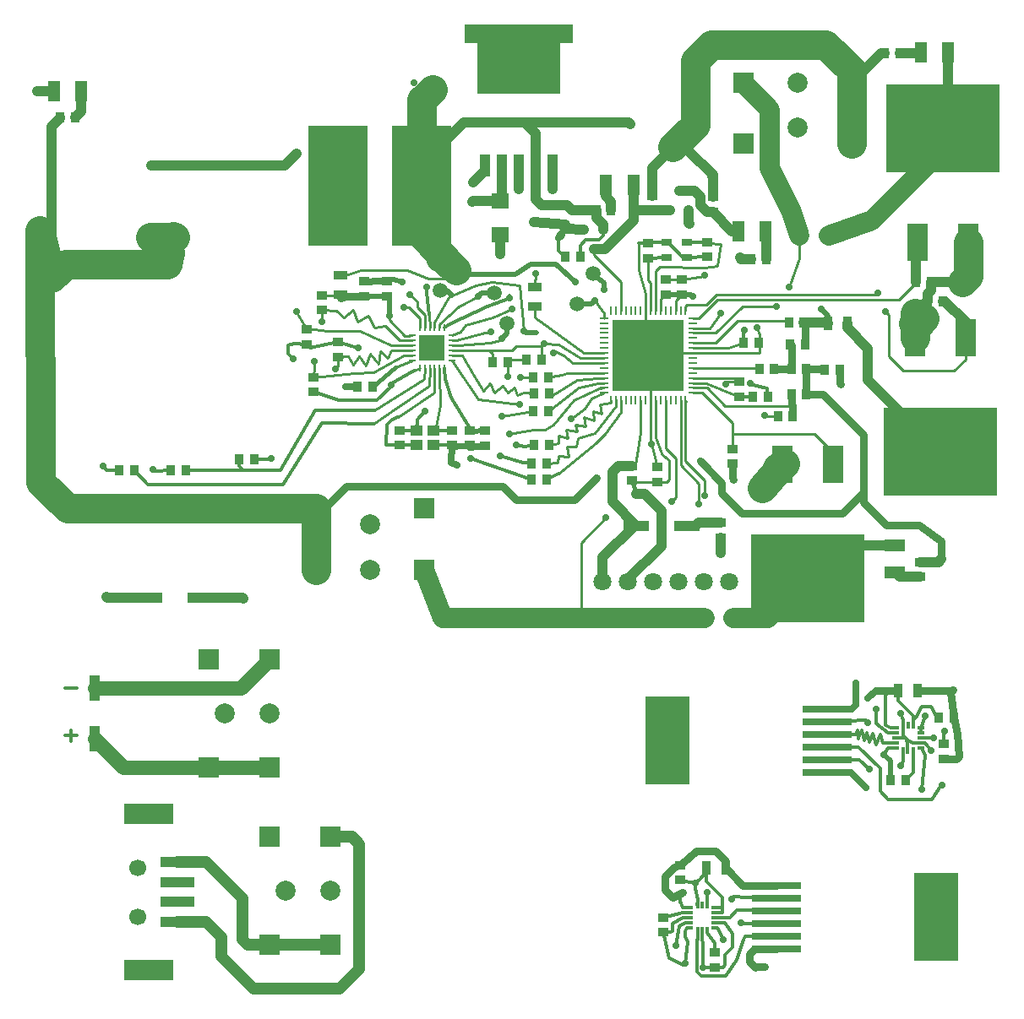
<source format=gtl>
G04 #@! TF.FileFunction,Copper,L1,Top,Signal*
%FSLAX46Y46*%
G04 Gerber Fmt 4.6, Leading zero omitted, Abs format (unit mm)*
G04 Created by KiCad (PCBNEW 4.0.2+e4-6225~38~ubuntu14.04.1-stable) date Sun 24 Jul 2016 05:02:12 PM PDT*
%MOMM*%
G01*
G04 APERTURE LIST*
%ADD10C,0.150000*%
%ADD11C,0.300000*%
%ADD12R,1.000760X0.899160*%
%ADD13R,0.899160X1.000760*%
%ADD14R,1.397000X0.889000*%
%ADD15C,1.800000*%
%ADD16R,2.540000X0.990600*%
%ADD17C,1.998980*%
%ADD18R,1.998980X1.998980*%
%ADD19R,6.000000X12.000000*%
%ADD20R,0.889000X1.397000*%
%ADD21R,2.499360X2.499360*%
%ADD22O,0.248920X0.800100*%
%ADD23O,0.800100X0.248920*%
%ADD24C,0.600000*%
%ADD25R,0.250000X0.850000*%
%ADD26R,0.850000X0.250000*%
%ADD27R,7.150000X7.150000*%
%ADD28C,0.780000*%
%ADD29R,10.800000X1.910000*%
%ADD30R,1.070000X2.160000*%
%ADD31R,8.330000X6.990000*%
%ADD32R,1.200000X1.100000*%
%ADD33R,1.000000X0.800000*%
%ADD34R,1.000760X1.501140*%
%ADD35R,1.000760X1.549400*%
%ADD36R,1.680000X1.520000*%
%ADD37R,2.080000X3.810000*%
%ADD38R,11.430000X8.890000*%
%ADD39R,1.250000X2.000000*%
%ADD40R,2.000000X1.250000*%
%ADD41R,0.800100X0.800100*%
%ADD42C,1.500000*%
%ADD43R,5.000000X2.000000*%
%ADD44C,1.700000*%
%ADD45R,3.390000X1.120000*%
%ADD46R,0.990600X2.540000*%
%ADD47R,5.000000X0.760000*%
%ADD48R,4.500000X8.800000*%
%ADD49R,0.800000X0.300000*%
%ADD50R,0.300000X0.800000*%
%ADD51C,0.700000*%
%ADD52C,0.250000*%
%ADD53C,0.800000*%
%ADD54C,0.500000*%
%ADD55C,0.700000*%
%ADD56C,0.400000*%
%ADD57C,1.000000*%
%ADD58C,3.000000*%
%ADD59C,0.350000*%
%ADD60C,0.600000*%
%ADD61C,0.200000*%
%ADD62C,2.000000*%
%ADD63C,1.200000*%
%ADD64C,1.400000*%
G04 APERTURE END LIST*
D10*
D11*
X90228572Y-123507143D02*
X91371429Y-123507143D01*
X90228572Y-128307143D02*
X91371429Y-128307143D01*
X90800000Y-128878571D02*
X90800000Y-127735714D01*
D12*
X132300000Y-99251840D03*
X132300000Y-97748160D03*
X130800000Y-99201840D03*
X130800000Y-97698160D03*
X129000000Y-99201840D03*
X129000000Y-97698160D03*
X123750000Y-99201840D03*
X123750000Y-97698160D03*
X122500000Y-82748160D03*
X122500000Y-84251840D03*
X155950000Y-108451840D03*
X155950000Y-106948160D03*
X149550000Y-101398160D03*
X149550000Y-102901840D03*
X157750000Y-92798160D03*
X157750000Y-94301840D03*
D13*
X136448160Y-90600000D03*
X137951840Y-90600000D03*
X159751840Y-88900000D03*
X158248160Y-88900000D03*
D14*
X137300000Y-85252500D03*
X137300000Y-83347500D03*
D12*
X120200000Y-82748160D03*
X120200000Y-84251840D03*
D13*
X134551840Y-90900000D03*
X133048160Y-90900000D03*
D12*
X152000000Y-82548160D03*
X152000000Y-84051840D03*
X148675000Y-78948160D03*
X148675000Y-80451840D03*
X154600000Y-80301840D03*
X154600000Y-78798160D03*
X150400000Y-82548160D03*
X150400000Y-84051840D03*
D14*
X117800000Y-82147500D03*
X117800000Y-84052500D03*
D15*
X154239680Y-112850000D03*
X156779680Y-112850000D03*
X144100000Y-112850000D03*
X146640000Y-112850000D03*
X151709840Y-112850000D03*
X149169840Y-112850000D03*
D16*
X152540000Y-107250000D03*
X147460000Y-107250000D03*
D17*
X120800000Y-107149240D03*
D18*
X115389800Y-111650120D03*
X115389800Y-105549040D03*
X126215280Y-111650120D03*
X126215280Y-105549040D03*
D17*
X120800000Y-111650120D03*
X163600000Y-67350760D03*
D18*
X169010200Y-62849880D03*
X169010200Y-68950960D03*
X158184720Y-62849880D03*
X158184720Y-68950960D03*
D17*
X163600000Y-62849880D03*
D19*
X125950000Y-73150000D03*
X117550000Y-73150000D03*
D13*
X138751840Y-99150000D03*
X137248160Y-99150000D03*
X138501840Y-101000000D03*
X136998160Y-101000000D03*
X138451840Y-102600000D03*
X136948160Y-102600000D03*
X119548160Y-93300000D03*
X121051840Y-93300000D03*
X159148160Y-94300000D03*
X160651840Y-94300000D03*
X138651840Y-92400000D03*
X137148160Y-92400000D03*
X138751840Y-94000000D03*
X137248160Y-94000000D03*
X138651840Y-95800000D03*
X137148160Y-95800000D03*
D12*
X117600000Y-90351840D03*
X117600000Y-88848160D03*
X115100000Y-92348160D03*
X115100000Y-93851840D03*
X116000000Y-85651840D03*
X116000000Y-84148160D03*
X114400000Y-87548160D03*
X114400000Y-89051840D03*
D13*
X97151840Y-101700000D03*
X95648160Y-101700000D03*
D12*
X147000000Y-101248160D03*
X147000000Y-102751840D03*
D13*
X102351840Y-101700000D03*
X100848160Y-101700000D03*
X109151840Y-100600000D03*
X107648160Y-100600000D03*
D12*
X149050000Y-75651840D03*
X149050000Y-74148160D03*
D13*
X176648160Y-84800000D03*
X178151840Y-84800000D03*
X162998160Y-94050000D03*
X164501840Y-94050000D03*
X161648160Y-96250000D03*
X163151840Y-96250000D03*
X167851840Y-91650000D03*
X166348160Y-91650000D03*
D12*
X157100000Y-101051840D03*
X157100000Y-99548160D03*
D20*
X166697500Y-87000000D03*
X168602500Y-87000000D03*
D12*
X155150000Y-75801840D03*
X155150000Y-74298160D03*
D13*
X177001840Y-82800000D03*
X175498160Y-82800000D03*
X144951840Y-75600000D03*
X143448160Y-75600000D03*
X162998160Y-91550000D03*
X164501840Y-91550000D03*
X164401840Y-89100000D03*
X162898160Y-89100000D03*
X161301840Y-91550000D03*
X159798160Y-91550000D03*
D21*
X127010000Y-89430000D03*
D22*
X125760320Y-91428980D03*
X126260700Y-91428980D03*
X126761080Y-91428980D03*
X127258920Y-91428980D03*
X127759300Y-91428980D03*
X128259680Y-91428980D03*
D23*
X129008980Y-90679680D03*
X129008980Y-90179300D03*
X129008980Y-89678920D03*
X129008980Y-89181080D03*
X129008980Y-88680700D03*
X129008980Y-88180320D03*
D22*
X128259680Y-87431020D03*
X127759300Y-87431020D03*
X127258920Y-87431020D03*
X126761080Y-87431020D03*
X126260700Y-87431020D03*
X125760320Y-87431020D03*
D23*
X125011020Y-88180320D03*
X125011020Y-88680700D03*
X125011020Y-89181080D03*
X125011020Y-89678920D03*
X125011020Y-90179300D03*
X125011020Y-90679680D03*
D24*
X127010000Y-89430000D03*
X126248000Y-88668000D03*
X126248000Y-90192000D03*
X127772000Y-88668000D03*
X127772000Y-90192000D03*
D25*
X151910000Y-94640000D03*
X152410000Y-94640000D03*
X148910000Y-94640000D03*
X149410000Y-94640000D03*
X150410000Y-94640000D03*
X149910000Y-94640000D03*
X151410000Y-94640000D03*
X150910000Y-94640000D03*
X146910000Y-94640000D03*
X147410000Y-94640000D03*
X148410000Y-94640000D03*
X147910000Y-94640000D03*
X145910000Y-94640000D03*
X146410000Y-94640000D03*
X145410000Y-94640000D03*
X144910000Y-94640000D03*
D26*
X144210000Y-93940000D03*
X144210000Y-93440000D03*
X144210000Y-92440000D03*
X144210000Y-92940000D03*
X144210000Y-90940000D03*
X144210000Y-90440000D03*
X144210000Y-91440000D03*
X144210000Y-91940000D03*
X144210000Y-87940000D03*
X144210000Y-87440000D03*
X144210000Y-88940000D03*
X144210000Y-88440000D03*
X144210000Y-89440000D03*
X144210000Y-89940000D03*
X144210000Y-86440000D03*
X144210000Y-86940000D03*
D25*
X144910000Y-85740000D03*
X145410000Y-85740000D03*
X146410000Y-85740000D03*
X145910000Y-85740000D03*
X147910000Y-85740000D03*
X148410000Y-85740000D03*
X147410000Y-85740000D03*
X146910000Y-85740000D03*
X150910000Y-85740000D03*
X151410000Y-85740000D03*
X149910000Y-85740000D03*
X150410000Y-85740000D03*
X149410000Y-85740000D03*
X148910000Y-85740000D03*
X152410000Y-85740000D03*
X151910000Y-85740000D03*
D26*
X153110000Y-86940000D03*
X153110000Y-86440000D03*
X153110000Y-89940000D03*
X153110000Y-89440000D03*
X153110000Y-88440000D03*
X153110000Y-88920000D03*
X153110000Y-87440000D03*
X153110000Y-87940000D03*
X153110000Y-91940000D03*
X153110000Y-91440000D03*
X153110000Y-90440000D03*
X153110000Y-90940000D03*
X153110000Y-92940000D03*
X153110000Y-92440000D03*
X153110000Y-93440000D03*
X153110000Y-93940000D03*
D27*
X148660000Y-90190000D03*
D28*
X140200000Y-58150000D03*
X131200000Y-58150000D03*
X138700000Y-62650000D03*
X138700000Y-61150000D03*
X138700000Y-59650000D03*
X138700000Y-58150000D03*
X135700000Y-62650000D03*
X135700000Y-61150000D03*
X135700000Y-59650000D03*
X135700000Y-58150000D03*
X137200000Y-58150000D03*
X137200000Y-59650000D03*
X137200000Y-61150000D03*
X137200000Y-62650000D03*
X134200000Y-62650000D03*
X134200000Y-61150000D03*
X134200000Y-59650000D03*
X134200000Y-58150000D03*
X132700000Y-58150000D03*
X132700000Y-59650000D03*
X132700000Y-61150000D03*
D29*
X135700000Y-57940000D03*
D30*
X137400000Y-71150000D03*
X139100000Y-71150000D03*
X135700000Y-71150000D03*
X134000000Y-71150000D03*
X132300000Y-71150000D03*
D31*
X135700000Y-60475000D03*
D28*
X132700000Y-62650000D03*
D32*
X127150000Y-97750000D03*
X125450000Y-97750000D03*
X127150000Y-99150000D03*
X125450000Y-99150000D03*
D33*
X150500000Y-80350000D03*
X152500000Y-80350000D03*
X150500000Y-78850000D03*
X152500000Y-78850000D03*
D34*
X163836960Y-78184760D03*
D35*
X166763040Y-78194920D03*
D36*
X133850000Y-78050000D03*
X133850000Y-74650000D03*
D13*
X160501840Y-80550000D03*
X158998160Y-80550000D03*
X91251840Y-66300000D03*
X89748160Y-66300000D03*
X173851840Y-59850000D03*
X172348160Y-59850000D03*
D12*
X175900000Y-112401840D03*
X175900000Y-110898160D03*
D13*
X162748160Y-86900000D03*
X164251840Y-86900000D03*
D34*
X154286960Y-116534760D03*
D35*
X157213040Y-116544920D03*
D37*
X175660000Y-78880000D03*
D38*
X178200000Y-67450000D03*
D37*
X180740000Y-78880000D03*
D24*
X178200000Y-67450000D03*
X176700000Y-67450000D03*
X175200000Y-67450000D03*
X173700000Y-67450000D03*
X179700000Y-67450000D03*
X181200000Y-67450000D03*
X182700000Y-67450000D03*
X177450000Y-68450000D03*
X175950000Y-68450000D03*
X174450000Y-68450000D03*
X172950000Y-68450000D03*
X178950000Y-68450000D03*
X180450000Y-68450000D03*
X181950000Y-68450000D03*
X183450000Y-68450000D03*
X177450000Y-66450000D03*
X175950000Y-66450000D03*
X174450000Y-66450000D03*
X172950000Y-66450000D03*
X178950000Y-66450000D03*
X180450000Y-66450000D03*
X181950000Y-66450000D03*
X183450000Y-66450000D03*
X178200000Y-69450000D03*
X176700000Y-69450000D03*
X175200000Y-69450000D03*
X173700000Y-69450000D03*
X179700000Y-69450000D03*
X181200000Y-69450000D03*
X182700000Y-69450000D03*
X178200000Y-65450000D03*
X176700000Y-65450000D03*
X175200000Y-65450000D03*
X173700000Y-65450000D03*
X179700000Y-65450000D03*
X181200000Y-65450000D03*
X182700000Y-65450000D03*
X177450000Y-70450000D03*
X175950000Y-70450000D03*
X174450000Y-70450000D03*
X172950000Y-70450000D03*
X178950000Y-70450000D03*
X180450000Y-70450000D03*
X181950000Y-70450000D03*
X183450000Y-70450000D03*
X177450000Y-64450000D03*
X175950000Y-64450000D03*
X174450000Y-64450000D03*
X172950000Y-64450000D03*
X178950000Y-64450000D03*
X180450000Y-64450000D03*
X181950000Y-64450000D03*
X183450000Y-64450000D03*
X178200000Y-71450000D03*
X176700000Y-71450000D03*
X175200000Y-71450000D03*
X173700000Y-71450000D03*
X179700000Y-71450000D03*
X181200000Y-71450000D03*
X182700000Y-71450000D03*
X178200000Y-63450000D03*
X176700000Y-63450000D03*
X175200000Y-63450000D03*
X173700000Y-63450000D03*
X179700000Y-63450000D03*
X181200000Y-63450000D03*
X182700000Y-63450000D03*
D37*
X167190000Y-101120000D03*
D38*
X164650000Y-112550000D03*
D37*
X162110000Y-101120000D03*
D24*
X164650000Y-112550000D03*
X166150000Y-112550000D03*
X167650000Y-112550000D03*
X169150000Y-112550000D03*
X163150000Y-112550000D03*
X161650000Y-112550000D03*
X160150000Y-112550000D03*
X165400000Y-111550000D03*
X166900000Y-111550000D03*
X168400000Y-111550000D03*
X169900000Y-111550000D03*
X163900000Y-111550000D03*
X162400000Y-111550000D03*
X160900000Y-111550000D03*
X159400000Y-111550000D03*
X165400000Y-113550000D03*
X166900000Y-113550000D03*
X168400000Y-113550000D03*
X169900000Y-113550000D03*
X163900000Y-113550000D03*
X162400000Y-113550000D03*
X160900000Y-113550000D03*
X159400000Y-113550000D03*
X164650000Y-110550000D03*
X166150000Y-110550000D03*
X167650000Y-110550000D03*
X169150000Y-110550000D03*
X163150000Y-110550000D03*
X161650000Y-110550000D03*
X160150000Y-110550000D03*
X164650000Y-114550000D03*
X166150000Y-114550000D03*
X167650000Y-114550000D03*
X169150000Y-114550000D03*
X163150000Y-114550000D03*
X161650000Y-114550000D03*
X160150000Y-114550000D03*
X165400000Y-109550000D03*
X166900000Y-109550000D03*
X168400000Y-109550000D03*
X169900000Y-109550000D03*
X163900000Y-109550000D03*
X162400000Y-109550000D03*
X160900000Y-109550000D03*
X159400000Y-109550000D03*
X165400000Y-115550000D03*
X166900000Y-115550000D03*
X168400000Y-115550000D03*
X169900000Y-115550000D03*
X163900000Y-115550000D03*
X162400000Y-115550000D03*
X160900000Y-115550000D03*
X159400000Y-115550000D03*
X164650000Y-108550000D03*
X166150000Y-108550000D03*
X167650000Y-108550000D03*
X169150000Y-108550000D03*
X163150000Y-108550000D03*
X161650000Y-108550000D03*
X160150000Y-108550000D03*
X164650000Y-116550000D03*
X166150000Y-116550000D03*
X167650000Y-116550000D03*
X169150000Y-116550000D03*
X163150000Y-116550000D03*
X161650000Y-116550000D03*
X160150000Y-116550000D03*
D37*
X180440000Y-88420000D03*
D38*
X177900000Y-99850000D03*
D37*
X175360000Y-88420000D03*
D24*
X177900000Y-99850000D03*
X179400000Y-99850000D03*
X180900000Y-99850000D03*
X182400000Y-99850000D03*
X176400000Y-99850000D03*
X174900000Y-99850000D03*
X173400000Y-99850000D03*
X178650000Y-98850000D03*
X180150000Y-98850000D03*
X181650000Y-98850000D03*
X183150000Y-98850000D03*
X177150000Y-98850000D03*
X175650000Y-98850000D03*
X174150000Y-98850000D03*
X172650000Y-98850000D03*
X178650000Y-100850000D03*
X180150000Y-100850000D03*
X181650000Y-100850000D03*
X183150000Y-100850000D03*
X177150000Y-100850000D03*
X175650000Y-100850000D03*
X174150000Y-100850000D03*
X172650000Y-100850000D03*
X177900000Y-97850000D03*
X179400000Y-97850000D03*
X180900000Y-97850000D03*
X182400000Y-97850000D03*
X176400000Y-97850000D03*
X174900000Y-97850000D03*
X173400000Y-97850000D03*
X177900000Y-101850000D03*
X179400000Y-101850000D03*
X180900000Y-101850000D03*
X182400000Y-101850000D03*
X176400000Y-101850000D03*
X174900000Y-101850000D03*
X173400000Y-101850000D03*
X178650000Y-96850000D03*
X180150000Y-96850000D03*
X181650000Y-96850000D03*
X183150000Y-96850000D03*
X177150000Y-96850000D03*
X175650000Y-96850000D03*
X174150000Y-96850000D03*
X172650000Y-96850000D03*
X178650000Y-102850000D03*
X180150000Y-102850000D03*
X181650000Y-102850000D03*
X183150000Y-102850000D03*
X177150000Y-102850000D03*
X175650000Y-102850000D03*
X174150000Y-102850000D03*
X172650000Y-102850000D03*
X177900000Y-95850000D03*
X179400000Y-95850000D03*
X180900000Y-95850000D03*
X182400000Y-95850000D03*
X176400000Y-95850000D03*
X174900000Y-95850000D03*
X173400000Y-95850000D03*
X177900000Y-103850000D03*
X179400000Y-103850000D03*
X180900000Y-103850000D03*
X182400000Y-103850000D03*
X176400000Y-103850000D03*
X174900000Y-103850000D03*
X173400000Y-103850000D03*
D39*
X144425000Y-73050000D03*
X147175000Y-73050000D03*
X160425000Y-77700000D03*
X157675000Y-77700000D03*
X91875000Y-63650000D03*
X89125000Y-63650000D03*
X175975000Y-59800000D03*
X178725000Y-59800000D03*
D40*
X173350000Y-111975000D03*
X173350000Y-109225000D03*
D41*
X150850000Y-75650760D03*
X152750000Y-75650760D03*
X151800000Y-73651780D03*
X144150000Y-77549240D03*
X142250000Y-77549240D03*
X143200000Y-79548220D03*
D16*
X103740000Y-114500000D03*
X98660000Y-114500000D03*
D42*
X141500000Y-85000000D03*
X143100000Y-82000000D03*
X134500000Y-87000000D03*
X133200000Y-83900000D03*
X127800000Y-83700000D03*
D13*
X140348160Y-80300000D03*
X141851840Y-80300000D03*
D17*
X112300200Y-143889800D03*
D18*
X116801080Y-149300000D03*
X110700000Y-149300000D03*
X116801080Y-138474520D03*
X110700000Y-138474520D03*
D17*
X116801080Y-143889800D03*
D43*
X98600000Y-151800000D03*
X98600000Y-136200000D03*
D44*
X97500000Y-146500000D03*
D45*
X101500000Y-147000000D03*
X101500000Y-141000000D03*
X101500000Y-143000000D03*
X101500000Y-145000000D03*
D44*
X97500000Y-141600000D03*
D17*
X106200200Y-126115280D03*
D18*
X110701080Y-131525480D03*
X104600000Y-131525480D03*
X110701080Y-120700000D03*
X104600000Y-120700000D03*
D17*
X110701080Y-126115280D03*
D46*
X93200000Y-128640000D03*
X93200000Y-123560000D03*
D47*
X161500000Y-143325000D03*
X161500000Y-145865000D03*
X161500000Y-148405000D03*
X161500000Y-147135000D03*
X161500000Y-149675000D03*
X161500000Y-144595000D03*
D48*
X177550000Y-146500000D03*
D49*
X152825000Y-146050000D03*
X152825000Y-145550000D03*
X155375000Y-145550000D03*
X152825000Y-146545000D03*
X152825000Y-147050000D03*
X152825000Y-147550000D03*
D50*
X153600000Y-147825000D03*
X154065000Y-147825000D03*
X154600000Y-147825000D03*
D49*
X155375000Y-147550000D03*
X155375000Y-147050000D03*
X155375000Y-146545000D03*
X155375000Y-146050000D03*
D50*
X154600000Y-145275000D03*
X154085000Y-145275000D03*
X153600000Y-145275000D03*
D12*
X151850000Y-142801840D03*
X151850000Y-141298160D03*
X155360000Y-151541840D03*
X155360000Y-150038160D03*
X150200000Y-148051840D03*
X150200000Y-146548160D03*
D20*
X156422500Y-141600000D03*
X154517500Y-141600000D03*
D13*
X179251840Y-126500000D03*
X177748160Y-126500000D03*
X172948160Y-132800000D03*
X174451840Y-132800000D03*
D12*
X178300000Y-130651840D03*
X178300000Y-129148160D03*
D49*
X173425000Y-128050000D03*
X173425000Y-127550000D03*
X175975000Y-127550000D03*
X173425000Y-128545000D03*
X173425000Y-129050000D03*
X173425000Y-129550000D03*
D50*
X174200000Y-129825000D03*
X174665000Y-129825000D03*
X175200000Y-129825000D03*
D49*
X175975000Y-129550000D03*
X175975000Y-129050000D03*
X175975000Y-128545000D03*
X175975000Y-128050000D03*
D50*
X175200000Y-127275000D03*
X174685000Y-127275000D03*
X174200000Y-127275000D03*
D47*
X166600000Y-131975000D03*
X166600000Y-129435000D03*
X166600000Y-126895000D03*
X166600000Y-128165000D03*
X166600000Y-125625000D03*
X166600000Y-130705000D03*
D48*
X150550000Y-128800000D03*
D20*
X173747500Y-123800000D03*
X175652500Y-123800000D03*
D51*
X119600000Y-89400000D03*
X113100000Y-90500000D03*
X122770000Y-86170000D03*
X122900000Y-93150000D03*
X144200000Y-83600000D03*
X134800000Y-84400000D03*
X155950000Y-85950000D03*
X143325000Y-84650000D03*
X135000000Y-85500000D03*
X134800000Y-98100000D03*
X131600000Y-84300000D03*
X133975000Y-88500000D03*
X140900000Y-96500000D03*
X94400000Y-114400000D03*
X108100000Y-114600000D03*
X175360000Y-85990000D03*
X175200000Y-86950000D03*
X175360000Y-88420000D03*
X176300000Y-86500000D03*
X155900000Y-110000000D03*
X160650000Y-102900000D03*
X162110000Y-101120000D03*
X161300000Y-102050000D03*
X159850000Y-103650000D03*
X157200000Y-102600000D03*
X167950000Y-93100000D03*
X152800000Y-76950000D03*
X180150000Y-82800000D03*
X180740000Y-82210000D03*
X179000000Y-82800000D03*
X133800000Y-80000000D03*
X139100000Y-73500000D03*
X135700000Y-73500000D03*
X87450000Y-63650000D03*
X160300000Y-96200000D03*
X156400000Y-93050000D03*
X110900000Y-100500000D03*
X126300000Y-95800000D03*
X134600000Y-92300000D03*
X137350000Y-82000000D03*
X154350000Y-82100000D03*
X159550000Y-87400000D03*
X148950000Y-99050000D03*
X129500000Y-101200000D03*
X124000000Y-82800000D03*
X118300000Y-93300000D03*
X153425633Y-143104117D03*
X160340000Y-151520000D03*
X152370000Y-151140000D03*
X154190000Y-151570000D03*
X177000000Y-129800000D03*
X172300000Y-130200000D03*
X176450000Y-126300000D03*
X179548160Y-130651840D03*
X173950000Y-126050000D03*
X179200000Y-123700000D03*
X169500000Y-123000000D03*
X99000000Y-101600000D03*
X153750000Y-105100000D03*
X154350000Y-104200000D03*
X117300000Y-91500000D03*
X115200000Y-90800000D03*
X172400000Y-85750000D03*
X171650000Y-83950000D03*
X116000000Y-86800000D03*
X113400000Y-85800000D03*
X127850000Y-80350000D03*
X128650000Y-81000000D03*
X129450000Y-81600000D03*
X155100000Y-72200000D03*
X157850000Y-80400000D03*
X151100000Y-69300000D03*
X151950000Y-69600000D03*
X150400000Y-70050000D03*
X146900000Y-67000000D03*
X125150000Y-62850000D03*
X125950000Y-65100000D03*
X127050000Y-63500000D03*
X141400000Y-82800000D03*
X153150000Y-84300000D03*
X158300000Y-87650000D03*
X129400000Y-82700000D03*
X138200000Y-89000000D03*
X147500000Y-104100000D03*
X158900000Y-92950000D03*
X153900000Y-100800000D03*
X143500000Y-102450000D03*
X131150000Y-72800000D03*
X97650000Y-78250000D03*
X98950000Y-78250000D03*
X100450000Y-78200000D03*
X94000000Y-101300000D03*
X136200000Y-87700000D03*
X139200000Y-89900000D03*
X117800000Y-71400000D03*
X131000000Y-74750000D03*
X135400000Y-99200000D03*
X126500000Y-83300000D03*
X133800000Y-100250000D03*
X124800000Y-84100000D03*
X130850000Y-100500000D03*
X124200000Y-85350000D03*
X135800000Y-95100000D03*
X135900000Y-92400000D03*
X134000000Y-96300000D03*
X132900000Y-87800000D03*
X139650000Y-78400000D03*
X166000000Y-85550000D03*
X98850000Y-71150000D03*
X113400000Y-69950000D03*
X137200000Y-76850000D03*
X144450000Y-106450000D03*
X151000000Y-104850000D03*
X162800000Y-83350000D03*
X161550000Y-85300000D03*
X178100000Y-133300000D03*
X177300000Y-128500000D03*
X157000000Y-144700000D03*
X156200000Y-148800000D03*
X170800000Y-131700000D03*
X176100000Y-133700000D03*
X158000000Y-147100000D03*
X151400000Y-149400000D03*
X174000000Y-131300000D03*
X170700000Y-127000000D03*
X152100000Y-144050000D03*
X154600000Y-144050000D03*
X170700000Y-124600000D03*
X170500000Y-133500000D03*
X178400000Y-127900000D03*
X171500000Y-125700000D03*
D52*
X124300000Y-88200000D02*
X122770000Y-86670000D01*
X122770000Y-86670000D02*
X122770000Y-86170000D01*
X124715750Y-88200000D02*
X124300000Y-88200000D01*
X125011020Y-88180320D02*
X124735430Y-88180320D01*
X124735430Y-88180320D02*
X124715750Y-88200000D01*
D11*
X117600000Y-88848160D02*
X119551840Y-89448160D01*
X119551840Y-89448160D02*
X119600000Y-89400000D01*
X117600000Y-88848160D02*
X114796320Y-89448160D01*
X114796320Y-89448160D02*
X114400000Y-89051840D01*
D52*
X116000000Y-84148160D02*
X117704340Y-84148160D01*
X117704340Y-84148160D02*
X117800000Y-84052500D01*
D11*
X122900000Y-93150000D02*
X122900000Y-93300000D01*
X117648160Y-94700000D02*
X115100000Y-93851840D01*
X121500000Y-94700000D02*
X117648160Y-94700000D01*
X122900000Y-93300000D02*
X121500000Y-94700000D01*
X114400000Y-89051840D02*
X113200000Y-89000000D01*
X112600000Y-90000000D02*
X113100000Y-90500000D01*
X112600000Y-89200000D02*
X112600000Y-90000000D01*
X113200000Y-89000000D02*
X112600000Y-89200000D01*
D53*
X117800000Y-84052500D02*
X117800000Y-84400000D01*
X117800000Y-84400000D02*
X118351840Y-84251840D01*
X118351840Y-84251840D02*
X120200000Y-84251840D01*
D54*
X122770000Y-86170000D02*
X122770000Y-84421840D01*
X122770000Y-84421840D02*
X122500000Y-84251840D01*
D55*
X120230000Y-84280000D02*
X120550000Y-84301840D01*
D54*
X120550000Y-84301840D02*
X120620000Y-84231840D01*
X120620000Y-84231840D02*
X122500000Y-84251840D01*
D56*
X122838465Y-93112625D02*
X122838465Y-93104166D01*
D11*
X125220000Y-91748333D02*
X122838465Y-93104166D01*
D52*
X125760320Y-91428980D02*
X125220000Y-91748333D01*
D56*
X122900000Y-93150000D02*
X122838465Y-93112625D01*
D52*
X144210000Y-92940000D02*
X143650000Y-92950000D01*
X141700000Y-93400000D02*
X138651840Y-95800000D01*
X143650000Y-92950000D02*
X141700000Y-93400000D01*
D54*
X142800000Y-82100000D02*
X143200000Y-82100000D01*
X143200000Y-82100000D02*
X144200000Y-82900000D01*
X144200000Y-82900000D02*
X144200000Y-83600000D01*
D52*
X154800000Y-87450000D02*
X154800000Y-87450000D01*
D11*
X134740344Y-84201533D02*
X134740344Y-84201534D01*
X134800000Y-84400000D02*
X134740344Y-84201533D01*
X128259680Y-87431020D02*
X128790000Y-87020996D01*
X128790000Y-87020996D02*
X132550000Y-85300000D01*
X132550000Y-85300000D02*
X134860000Y-84410000D01*
D52*
X154800000Y-87450000D02*
X153110000Y-87440000D01*
X154800000Y-87450000D02*
X155950000Y-85950000D01*
D54*
X141900000Y-85000000D02*
X142975000Y-85000000D01*
X142975000Y-85000000D02*
X143325000Y-84650000D01*
D52*
X144210000Y-86440000D02*
X144210000Y-85950000D01*
X129820000Y-87782604D02*
X130388230Y-87176464D01*
X130388230Y-87176464D02*
X133075000Y-86375000D01*
X133075000Y-86375000D02*
X135000000Y-85500000D01*
X129820000Y-87782604D02*
X129008980Y-88180320D01*
X144210000Y-85950000D02*
X143325000Y-84650000D01*
D54*
X133200000Y-83900000D02*
X132000000Y-83900000D01*
X132000000Y-83900000D02*
X131600000Y-84300000D01*
D52*
X144210000Y-93440000D02*
X143700000Y-93450000D01*
X143700000Y-93450000D02*
X141200000Y-94700000D01*
X141200000Y-94700000D02*
X139200000Y-97100000D01*
X139200000Y-97100000D02*
X138300000Y-97600000D01*
X138300000Y-97600000D02*
X137200000Y-97600000D01*
X137200000Y-97600000D02*
X136100000Y-97800000D01*
X136100000Y-97800000D02*
X134800000Y-98100000D01*
X131600000Y-84300000D02*
X129650000Y-85300000D01*
X127750000Y-87050000D02*
X127759300Y-87431020D01*
X127750000Y-87050000D02*
X129650000Y-85300000D01*
X143650000Y-92450000D02*
X144210000Y-92440000D01*
X143650000Y-92450000D02*
X141500000Y-92600000D01*
X141500000Y-92600000D02*
X139100000Y-94160000D01*
X138751840Y-94000000D02*
X139100000Y-94160000D01*
X144210000Y-91940000D02*
X140500000Y-91950000D01*
X140480000Y-91970000D02*
X140000000Y-92100000D01*
X138960000Y-92280000D02*
X138651840Y-92400000D01*
X140000000Y-92100000D02*
X138960000Y-92280000D01*
X140500000Y-91950000D02*
X140480000Y-91970000D01*
D54*
X134500000Y-87100000D02*
X134500000Y-87975000D01*
X134500000Y-87975000D02*
X133975000Y-88500000D01*
D52*
X132800000Y-88950000D02*
X133825000Y-88650000D01*
X129600000Y-89200000D02*
X132800000Y-88950000D01*
X129008980Y-89181080D02*
X129600000Y-89200000D01*
X133825000Y-88650000D02*
X133975000Y-88500000D01*
X144210000Y-93940000D02*
X142930000Y-94500000D01*
X142930000Y-94500000D02*
X142300000Y-95500000D01*
X140900000Y-96500000D02*
X142317385Y-95513700D01*
X142300000Y-95500000D02*
X142317385Y-95513700D01*
X133975000Y-88500000D02*
X133994515Y-88484353D01*
X139550000Y-100900000D02*
X139650000Y-100300000D01*
X145420000Y-94620000D02*
X145411340Y-94628660D01*
X145410000Y-95280000D02*
X143300000Y-98000000D01*
X139550000Y-100900000D02*
X138501840Y-101000000D01*
X141600000Y-98450000D02*
X141450000Y-99350000D01*
X143300000Y-98000000D02*
X141600000Y-98450000D01*
X145410000Y-95280000D02*
X145411340Y-94628660D01*
X140500000Y-99350000D02*
X141450000Y-99350000D01*
X140650000Y-100350000D02*
X140500000Y-99350000D01*
X139650000Y-100300000D02*
X140650000Y-100350000D01*
X145910000Y-95850000D02*
X145910000Y-94650000D01*
X145910035Y-95809505D02*
X145910000Y-95850000D01*
X145910000Y-95850000D02*
X144350000Y-98040000D01*
X144350000Y-98040000D02*
X143400000Y-99000000D01*
X143400000Y-99000000D02*
X139700000Y-102050000D01*
D11*
X139700000Y-102050000D02*
X138451840Y-102600000D01*
D52*
X144910000Y-94640000D02*
X144900000Y-94950000D01*
X144900000Y-94950000D02*
X143850000Y-95100000D01*
X143850000Y-95100000D02*
X144000000Y-96000000D01*
X144000000Y-96000000D02*
X143100000Y-95750000D01*
X143100000Y-95750000D02*
X143200000Y-96700000D01*
X143200000Y-96700000D02*
X142200000Y-96400000D01*
X142200000Y-96400000D02*
X142400000Y-97300000D01*
X142400000Y-97300000D02*
X141400000Y-97100000D01*
X141400000Y-97100000D02*
X141500000Y-97800000D01*
X141500000Y-97800000D02*
X140400000Y-97600000D01*
X140400000Y-97600000D02*
X140600000Y-98500000D01*
X140600000Y-98500000D02*
X139700000Y-98200000D01*
X139700000Y-98200000D02*
X139700000Y-99000000D01*
X139700000Y-99000000D02*
X138751840Y-99150000D01*
D57*
X98660000Y-114500000D02*
X94500000Y-114500000D01*
X94500000Y-114500000D02*
X94400000Y-114400000D01*
X103740000Y-114500000D02*
X108000000Y-114500000D01*
X108000000Y-114500000D02*
X108100000Y-114600000D01*
D58*
X175360000Y-88420000D02*
X175360000Y-85990000D01*
X175200000Y-86950000D02*
X175360000Y-87110000D01*
X175360000Y-87110000D02*
X175360000Y-88420000D01*
X176300000Y-86500000D02*
X175360000Y-87440000D01*
X175360000Y-87440000D02*
X175360000Y-88420000D01*
D57*
X176648160Y-84800000D02*
X176648160Y-84001840D01*
X177001840Y-83648160D02*
X177001840Y-82800000D01*
X176648160Y-84001840D02*
X177001840Y-83648160D01*
X176648160Y-84800000D02*
X176550000Y-84800000D01*
X176550000Y-84800000D02*
X175360000Y-85990000D01*
X155950000Y-108451840D02*
X155950000Y-109950000D01*
X155950000Y-109950000D02*
X155900000Y-110000000D01*
D58*
X160900000Y-102450000D02*
X162360000Y-100990000D01*
X162360000Y-100990000D02*
X161610000Y-101470000D01*
X161500000Y-101850000D02*
X162360000Y-100990000D01*
X162360000Y-100990000D02*
X161610000Y-101740000D01*
X161610000Y-101740000D02*
X161610000Y-101470000D01*
X161610000Y-101470000D02*
X161610000Y-101740000D01*
X161610000Y-101740000D02*
X160050000Y-103450000D01*
D53*
X157100000Y-101051840D02*
X157100000Y-102500000D01*
X157100000Y-102500000D02*
X157200000Y-102600000D01*
X167851840Y-91650000D02*
X167851840Y-93001840D01*
X167851840Y-93001840D02*
X167950000Y-93100000D01*
D57*
X152750000Y-75650760D02*
X152750000Y-76900000D01*
X152750000Y-76900000D02*
X152800000Y-76950000D01*
D58*
X180740000Y-82210000D02*
X180150000Y-82800000D01*
X180740000Y-78880000D02*
X180740000Y-82210000D01*
D57*
X177001840Y-82800000D02*
X179000000Y-82800000D01*
X133850000Y-78050000D02*
X133850000Y-79950000D01*
X133850000Y-79950000D02*
X133800000Y-80000000D01*
X139100000Y-71150000D02*
X139100000Y-73500000D01*
X135700000Y-71150000D02*
X135700000Y-73500000D01*
X89125000Y-63650000D02*
X87450000Y-63650000D01*
D52*
X161648160Y-96250000D02*
X160350000Y-96250000D01*
X160350000Y-96250000D02*
X160300000Y-96200000D01*
X157750000Y-92798160D02*
X156651840Y-92798160D01*
X156651840Y-92798160D02*
X156400000Y-93050000D01*
D11*
X109151840Y-100600000D02*
X110800000Y-100600000D01*
X110800000Y-100600000D02*
X110900000Y-100500000D01*
D52*
X148925000Y-99175000D02*
X148825000Y-98925000D01*
X148825000Y-98925000D02*
X148950000Y-99050000D01*
X148900000Y-95000000D02*
X148925000Y-99175000D01*
D59*
X129000000Y-99201840D02*
X127201840Y-99201840D01*
X127201840Y-99201840D02*
X127150000Y-99150000D01*
X125450000Y-97750000D02*
X125550000Y-96600000D01*
X125550000Y-96600000D02*
X126250000Y-95850000D01*
D52*
X126250000Y-95850000D02*
X126300000Y-95800000D01*
D59*
X125450000Y-97750000D02*
X123801840Y-97750000D01*
D52*
X123801840Y-97750000D02*
X123750000Y-97698160D01*
X134551840Y-90900000D02*
X134551840Y-92251840D01*
X134551840Y-92251840D02*
X134600000Y-92300000D01*
X136448160Y-90600000D02*
X134851840Y-90600000D01*
X134851840Y-90600000D02*
X134551840Y-90900000D01*
D60*
X130800000Y-99201840D02*
X129100000Y-99301840D01*
X129100000Y-99301840D02*
X129000000Y-99201840D01*
D52*
X137300000Y-83347500D02*
X137300000Y-83200000D01*
X137300000Y-83200000D02*
X137350000Y-82000000D01*
D59*
X150500000Y-78850000D02*
X148773160Y-78850000D01*
X148773160Y-78850000D02*
X148675000Y-78948160D01*
D52*
X152000000Y-82548160D02*
X150400000Y-82548160D01*
X152000000Y-82548160D02*
X154300000Y-82200000D01*
X154300000Y-82200000D02*
X154350000Y-82100000D01*
X159751840Y-88900000D02*
X159790451Y-88101957D01*
X159790451Y-88101957D02*
X159450000Y-87300000D01*
X159450000Y-87300000D02*
X159550000Y-87400000D01*
X159800005Y-89900677D02*
X159800005Y-88948165D01*
X153990000Y-89940000D02*
X159800005Y-89900677D01*
X153110000Y-89940000D02*
X153990000Y-89940000D01*
X159800005Y-88948165D02*
X159751840Y-88900000D01*
D11*
X150500000Y-78850000D02*
X150650000Y-78850000D01*
X152150000Y-80350000D02*
X152500000Y-80350000D01*
X150650000Y-78850000D02*
X152150000Y-80350000D01*
D55*
X129000000Y-99201840D02*
X128900000Y-100900000D01*
X128900000Y-100900000D02*
X129500000Y-101200000D01*
D52*
X152225000Y-80175000D02*
X152275000Y-80175000D01*
D11*
X152451840Y-80351840D02*
X154600000Y-80301840D01*
D52*
X152275000Y-80175000D02*
X152451840Y-80351840D01*
X148410000Y-85740000D02*
X148400000Y-84000000D01*
X148400000Y-84000000D02*
X147700000Y-81650000D01*
X147700000Y-81650000D02*
X147700000Y-79250000D01*
X147700000Y-79250000D02*
X147701840Y-78948160D01*
D11*
X147701840Y-78948160D02*
X148675000Y-78948160D01*
D52*
X148950000Y-99050000D02*
X149550000Y-101398160D01*
X153110000Y-92440000D02*
X153400000Y-92450000D01*
X153400000Y-92450000D02*
X153600000Y-92450000D01*
X153600000Y-92450000D02*
X157500000Y-92500000D01*
X157450000Y-92800000D02*
X157750000Y-92798160D01*
X157370000Y-92800000D02*
X157450000Y-92800000D01*
X157554298Y-92538832D02*
X157370000Y-92800000D01*
X157510000Y-92510000D02*
X157554298Y-92538832D01*
X157500000Y-92500000D02*
X157510000Y-92510000D01*
X148900000Y-95000000D02*
X148901029Y-94648971D01*
X148901029Y-94648971D02*
X148910000Y-94640000D01*
X153110000Y-89940000D02*
X148910000Y-89940000D01*
X148910000Y-89940000D02*
X148660000Y-90190000D01*
X148910000Y-94640000D02*
X148910000Y-90440000D01*
X148910000Y-90440000D02*
X148660000Y-90190000D01*
X148410000Y-85740000D02*
X148410000Y-89940000D01*
X148410000Y-89940000D02*
X148660000Y-90190000D01*
D54*
X120550000Y-82798160D02*
X120220000Y-82768160D01*
X120220000Y-82768160D02*
X120200000Y-82748160D01*
X122500000Y-82748160D02*
X123200000Y-82550000D01*
X123200000Y-82550000D02*
X124000000Y-82800000D01*
D55*
X119548160Y-93300000D02*
X118300000Y-93300000D01*
D52*
X148900431Y-94969534D02*
X148900000Y-95000000D01*
D55*
X122500000Y-82748160D02*
X121474513Y-82741393D01*
X121474513Y-82741393D02*
X120550000Y-82798160D01*
X132300000Y-99251840D02*
X130800000Y-99402500D01*
D11*
X155375000Y-145550000D02*
X156100000Y-145550000D01*
X151803003Y-142799801D02*
X151825161Y-142821959D01*
X153403475Y-143081959D02*
X153425633Y-143104117D01*
X151825161Y-142821959D02*
X153403475Y-143081959D01*
X153775632Y-142754118D02*
X153425633Y-143104117D01*
X154317500Y-141800000D02*
X154317500Y-142212250D01*
X153425633Y-143599091D02*
X153425633Y-143104117D01*
X153600000Y-144800000D02*
X153425633Y-143599091D01*
X154317500Y-142212250D02*
X153775632Y-142754118D01*
X153597488Y-145331736D02*
X153600000Y-144800000D01*
X154190000Y-151570000D02*
X154190000Y-149019912D01*
X154190000Y-149019912D02*
X154065000Y-148894912D01*
X154065000Y-148894912D02*
X154065000Y-147825000D01*
D53*
X159400000Y-151600000D02*
X159480000Y-151520000D01*
X159480000Y-151520000D02*
X160340000Y-151520000D01*
X158800000Y-151000000D02*
X159400000Y-151600000D01*
X158800000Y-150200000D02*
X158800000Y-151000000D01*
X159325000Y-149675000D02*
X158800000Y-150200000D01*
X161500000Y-149675000D02*
X159325000Y-149675000D01*
D11*
X156100000Y-144500000D02*
X154517500Y-142917500D01*
X154517500Y-142917500D02*
X154517500Y-141600000D01*
X156100000Y-145150000D02*
X156100000Y-144500000D01*
D56*
X154317500Y-141800000D02*
X154517500Y-141600000D01*
D11*
X155400000Y-147050000D02*
X156350000Y-147050000D01*
X156178160Y-151541840D02*
X155360000Y-151541840D01*
X156380000Y-151340000D02*
X156178160Y-151541840D01*
X156380000Y-150330000D02*
X156380000Y-151340000D01*
X157140000Y-149570000D02*
X156380000Y-150330000D01*
X157140000Y-148140000D02*
X157140000Y-149570000D01*
X156350000Y-147050000D02*
X157140000Y-148140000D01*
X155400000Y-146050000D02*
X156120000Y-146050000D01*
X156100000Y-146030000D02*
X156100000Y-145550000D01*
X156100000Y-145550000D02*
X156100000Y-145150000D01*
X156120000Y-146050000D02*
X156100000Y-146030000D01*
X155360000Y-151541840D02*
X154218160Y-151541840D01*
X154218160Y-151541840D02*
X154190000Y-151570000D01*
X152400000Y-148400000D02*
X152400000Y-147900000D01*
X152400000Y-148400000D02*
X152663793Y-149015517D01*
X152370000Y-151140000D02*
X152663793Y-149015517D01*
X152500000Y-147550000D02*
X152850000Y-147550000D01*
X152400000Y-147900000D02*
X152500000Y-147550000D01*
X152165117Y-151344883D02*
X150778449Y-150604883D01*
X152370000Y-151140000D02*
X152165117Y-151344883D01*
X152850000Y-146545000D02*
X152100000Y-146550000D01*
X150948160Y-148051840D02*
X150200000Y-148051840D01*
X151100000Y-147900000D02*
X150948160Y-148051840D01*
X151100000Y-147200000D02*
X151100000Y-147900000D01*
X152100000Y-146550000D02*
X151100000Y-147200000D01*
X150778449Y-150604883D02*
X150200000Y-148051840D01*
D53*
X175652500Y-123800000D02*
X179100000Y-123800000D01*
X179100000Y-123800000D02*
X179200000Y-123700000D01*
D11*
X175975000Y-129050000D02*
X176450000Y-129050000D01*
X176450000Y-129050000D02*
X177000000Y-129800000D01*
X173425000Y-128545000D02*
X174450000Y-128550000D01*
X174450000Y-128550000D02*
X174665000Y-129065000D01*
D54*
X172948160Y-132800000D02*
X172948160Y-130848160D01*
X172948160Y-130848160D02*
X172300000Y-130200000D01*
D11*
X174665000Y-129825000D02*
X174665000Y-129065000D01*
X174665000Y-129065000D02*
X174665000Y-128765000D01*
X175975000Y-129050000D02*
X175200000Y-129050000D01*
X175200000Y-129050000D02*
X174665000Y-128765000D01*
X174200000Y-128300000D02*
X174200000Y-127275000D01*
X174665000Y-128765000D02*
X174200000Y-128300000D01*
X173425000Y-129550000D02*
X172700000Y-129550000D01*
X172700000Y-129550000D02*
X172300000Y-130200000D01*
X175975000Y-127550000D02*
X175975000Y-127625000D01*
X175975000Y-127625000D02*
X176450000Y-126300000D01*
X175975000Y-128050000D02*
X175975000Y-127550000D01*
X174200000Y-127275000D02*
X174200000Y-126800000D01*
X174200000Y-126800000D02*
X173950000Y-126050000D01*
D53*
X178300000Y-130651840D02*
X179548160Y-130651840D01*
X179548160Y-130651840D02*
X179800000Y-130400000D01*
X179800000Y-130400000D02*
X179600000Y-128100000D01*
X179600000Y-128100000D02*
X179251840Y-126500000D01*
X179251840Y-126500000D02*
X178951840Y-123948160D01*
X178951840Y-123948160D02*
X179200000Y-123700000D01*
D55*
X166600000Y-125625000D02*
X169075000Y-125625000D01*
X169500000Y-125200000D02*
X169500000Y-123000000D01*
X169075000Y-125625000D02*
X169500000Y-125200000D01*
D11*
X100848160Y-101700000D02*
X99200000Y-101800000D01*
X99200000Y-101800000D02*
X99000000Y-101600000D01*
D52*
X151910000Y-94640000D02*
X151910000Y-101210000D01*
X153750000Y-103050000D02*
X153750000Y-105100000D01*
X151910000Y-101210000D02*
X153750000Y-103050000D01*
X152410000Y-94640000D02*
X152410000Y-100810000D01*
X154350000Y-102750000D02*
X154350000Y-104200000D01*
X152410000Y-100810000D02*
X154350000Y-102750000D01*
X152410000Y-94640000D02*
X152450000Y-94800000D01*
X121800000Y-89800000D02*
X121600000Y-91000000D01*
X125011020Y-89678920D02*
X122900000Y-89700000D01*
X122900000Y-89700000D02*
X122600000Y-90400000D01*
X122600000Y-90400000D02*
X121800000Y-89800000D01*
X120800000Y-90000000D02*
X120400000Y-91200000D01*
X120400000Y-91200000D02*
X119700000Y-90300000D01*
X119700000Y-90300000D02*
X119100000Y-91100000D01*
X119100000Y-91100000D02*
X118600000Y-90300000D01*
X118600000Y-90300000D02*
X117600000Y-90351840D01*
X121600000Y-91000000D02*
X120800000Y-90000000D01*
X117600000Y-90351840D02*
X117600000Y-91200000D01*
X117600000Y-91200000D02*
X117300000Y-91500000D01*
X115100000Y-92348160D02*
X115200000Y-91300000D01*
X115200000Y-91300000D02*
X115200000Y-90800000D01*
X124160000Y-90190000D02*
X121100000Y-91900000D01*
X125011020Y-90179300D02*
X124160000Y-90190000D01*
X119200000Y-92000000D02*
X115100000Y-92348160D01*
X121100000Y-91900000D02*
X119200000Y-92000000D01*
X153110000Y-88920000D02*
X155380000Y-88920000D01*
X157600000Y-86700000D02*
X162548160Y-86700000D01*
X155380000Y-88920000D02*
X157600000Y-86700000D01*
X162548160Y-86700000D02*
X162748160Y-86900000D01*
D53*
X163151840Y-96250000D02*
X163151840Y-95201840D01*
X162998160Y-95048160D02*
X162998160Y-94050000D01*
X163151840Y-95201840D02*
X162998160Y-95048160D01*
D52*
X153110000Y-93440000D02*
X154540000Y-93440000D01*
X163151840Y-95551840D02*
X163151840Y-96250000D01*
X162850000Y-95250000D02*
X162750000Y-95150000D01*
X162750000Y-95150000D02*
X163151840Y-95551840D01*
X156350000Y-95250000D02*
X162850000Y-95250000D01*
X154540000Y-93440000D02*
X156350000Y-95250000D01*
X153110000Y-86440000D02*
X153760000Y-86440000D01*
X173800000Y-84600000D02*
X175498160Y-82901840D01*
X155600000Y-84600000D02*
X173800000Y-84600000D01*
X153760000Y-86440000D02*
X155600000Y-84600000D01*
X175498160Y-82901840D02*
X175498160Y-82800000D01*
D57*
X175498160Y-82800000D02*
X175498160Y-79041840D01*
X175498160Y-79041840D02*
X175660000Y-78880000D01*
D52*
X152410000Y-85740000D02*
X152410000Y-85240000D01*
X180440000Y-90610000D02*
X180440000Y-88420000D01*
X179300000Y-91750000D02*
X180440000Y-90610000D01*
X174200000Y-91750000D02*
X179300000Y-91750000D01*
X172750000Y-90300000D02*
X174200000Y-91750000D01*
X172750000Y-86100000D02*
X172750000Y-90300000D01*
X172400000Y-85750000D02*
X172750000Y-86100000D01*
X171550000Y-84050000D02*
X171650000Y-83950000D01*
X155500000Y-84050000D02*
X171550000Y-84050000D01*
X154450000Y-85100000D02*
X155500000Y-84050000D01*
X152550000Y-85100000D02*
X154450000Y-85100000D01*
X152410000Y-85240000D02*
X152550000Y-85100000D01*
D57*
X178151840Y-84800000D02*
X178400000Y-84800000D01*
X178400000Y-84800000D02*
X180440000Y-86840000D01*
X180440000Y-86840000D02*
X180440000Y-88420000D01*
D52*
X116000000Y-86800000D02*
X116000000Y-86400000D01*
X116000000Y-86400000D02*
X116000000Y-85651840D01*
X125011020Y-88680700D02*
X123780700Y-88680700D01*
X120600000Y-86200000D02*
X119500000Y-86800000D01*
X119500000Y-86800000D02*
X119100000Y-85600000D01*
X119100000Y-85600000D02*
X118200000Y-86400000D01*
X118200000Y-86400000D02*
X117400000Y-85700000D01*
X117400000Y-85700000D02*
X116000000Y-85651840D01*
X123780700Y-88680700D02*
X122300000Y-87200000D01*
X122300000Y-87200000D02*
X121200000Y-87400000D01*
X121200000Y-87400000D02*
X120600000Y-86200000D01*
X125011020Y-89181080D02*
X122881080Y-89181080D01*
X115200000Y-87600000D02*
X114400000Y-87548160D01*
X116500000Y-87700000D02*
X115200000Y-87600000D01*
X119800000Y-87700000D02*
X116500000Y-87700000D01*
X122881080Y-89181080D02*
X119800000Y-87700000D01*
X113448160Y-85848160D02*
X114400000Y-87548160D01*
X113400000Y-85800000D02*
X113448160Y-85848160D01*
D11*
X141851840Y-80300000D02*
X141851840Y-79148160D01*
X144150000Y-78150000D02*
X144150000Y-77549240D01*
X143700000Y-78600000D02*
X144150000Y-78150000D01*
X142400000Y-78600000D02*
X143700000Y-78600000D01*
X141851840Y-79148160D02*
X142400000Y-78600000D01*
D58*
X125950000Y-73150000D02*
X125950000Y-78100000D01*
X125950000Y-78100000D02*
X129450000Y-81600000D01*
X128000000Y-80350000D02*
X127850000Y-80350000D01*
X128650000Y-81000000D02*
X128000000Y-80350000D01*
D57*
X146640000Y-112850000D02*
X146640000Y-112660000D01*
X146640000Y-112660000D02*
X150000000Y-109300000D01*
X150000000Y-109300000D02*
X150000000Y-105800000D01*
X150000000Y-105800000D02*
X148300000Y-104100000D01*
X148300000Y-104100000D02*
X147500000Y-104100000D01*
X158998160Y-80550000D02*
X158000000Y-80550000D01*
X155150000Y-72200000D02*
X155150000Y-72100000D01*
X155100000Y-72200000D02*
X155150000Y-72200000D01*
X158000000Y-80550000D02*
X157850000Y-80400000D01*
D58*
X169010200Y-68950960D02*
X169010200Y-62849880D01*
X169010200Y-62849880D02*
X169010200Y-61560200D01*
X153350000Y-67100000D02*
X151100000Y-69300000D01*
X153350000Y-60650000D02*
X153350000Y-67100000D01*
X155000000Y-59000000D02*
X153350000Y-60650000D01*
X166450000Y-59000000D02*
X155000000Y-59000000D01*
X169010200Y-61560200D02*
X166450000Y-59000000D01*
D57*
X155150000Y-74298160D02*
X155150000Y-72100000D01*
X155150000Y-72100000D02*
X152650000Y-69600000D01*
X152650000Y-69600000D02*
X151950000Y-69600000D01*
X149050000Y-74148160D02*
X149050000Y-71400000D01*
X149050000Y-71400000D02*
X150400000Y-70050000D01*
X172348160Y-59850000D02*
X172010080Y-59850000D01*
X172010080Y-59850000D02*
X169010200Y-62849880D01*
X146700000Y-66800000D02*
X136300000Y-66800000D01*
X146900000Y-67000000D02*
X146700000Y-66800000D01*
X143448160Y-75600000D02*
X143448160Y-76348160D01*
X144150000Y-77050000D02*
X144150000Y-77549240D01*
X143448160Y-76348160D02*
X144150000Y-77050000D01*
X143448160Y-75600000D02*
X142250000Y-75600000D01*
X142250000Y-75600000D02*
X141000000Y-75600000D01*
X137400000Y-74500000D02*
X137400000Y-71150000D01*
X138000000Y-75100000D02*
X137400000Y-74500000D01*
X140500000Y-75100000D02*
X138000000Y-75100000D01*
X141000000Y-75600000D02*
X140500000Y-75100000D01*
X137400000Y-71150000D02*
X137400000Y-67900000D01*
X130150000Y-66800000D02*
X125950000Y-71000000D01*
X136300000Y-66800000D02*
X130150000Y-66800000D01*
X137400000Y-67900000D02*
X136300000Y-66800000D01*
X125950000Y-71000000D02*
X125950000Y-73150000D01*
D11*
X125950000Y-64600000D02*
X126350000Y-64600000D01*
X126400000Y-64550000D02*
X125950000Y-64550000D01*
X126350000Y-64600000D02*
X126400000Y-64550000D01*
D58*
X125950000Y-64550000D02*
X125950000Y-65100000D01*
X125950000Y-65100000D02*
X125950000Y-73150000D01*
X127050000Y-63500000D02*
X125950000Y-64600000D01*
D54*
X129400000Y-82700000D02*
X129950000Y-82700000D01*
X141350000Y-82800000D02*
X141400000Y-82800000D01*
X139400000Y-81050000D02*
X141350000Y-82800000D01*
X136850000Y-81050000D02*
X139400000Y-81050000D01*
X135350000Y-82050000D02*
X136850000Y-81050000D01*
X130600000Y-82050000D02*
X135350000Y-82050000D01*
X129950000Y-82700000D02*
X130600000Y-82050000D01*
D52*
X149550000Y-102901840D02*
X147150000Y-102901840D01*
X147150000Y-102901840D02*
X147000000Y-102751840D01*
X150800000Y-100650000D02*
X150800000Y-102600000D01*
X149960000Y-100050000D02*
X150800000Y-100650000D01*
X150498160Y-102901840D02*
X149550000Y-102901840D01*
X150800000Y-102600000D02*
X150498160Y-102901840D01*
X137951840Y-89250000D02*
X135475000Y-89250000D01*
X135025000Y-89700000D02*
X132700000Y-89700000D01*
X135475000Y-89250000D02*
X135025000Y-89700000D01*
D54*
X152951840Y-84051840D02*
X152000000Y-84051840D01*
D52*
X152951840Y-84051840D02*
X153150000Y-84300000D01*
D54*
X150400000Y-84051840D02*
X152000000Y-84051840D01*
D59*
X158248160Y-88900000D02*
X158248160Y-87951840D01*
X158248160Y-87951840D02*
X158300000Y-87650000D01*
D52*
X128900000Y-82500000D02*
X129200000Y-82500000D01*
X118352500Y-82147500D02*
X117800000Y-82147500D01*
X118352500Y-82147500D02*
X119850000Y-81650000D01*
X129200000Y-82500000D02*
X129400000Y-82700000D01*
X126600000Y-82500000D02*
X128900000Y-82500000D01*
X124550000Y-81650000D02*
X126600000Y-82500000D01*
X119850000Y-81650000D02*
X124550000Y-81650000D01*
X154250000Y-89450000D02*
X153120000Y-89450000D01*
X153120000Y-89450000D02*
X153110000Y-89440000D01*
X154210000Y-89450000D02*
X154250000Y-89450000D01*
X154250000Y-89450000D02*
X156650000Y-89450000D01*
X156650000Y-89450000D02*
X158248160Y-88900000D01*
X137951840Y-90600000D02*
X137951840Y-89250000D01*
X137951840Y-89250000D02*
X137951840Y-89248160D01*
X137951840Y-89248160D02*
X138200000Y-89000000D01*
X141900000Y-90450000D02*
X139700000Y-89100000D01*
X139700000Y-89100000D02*
X138200000Y-89000000D01*
X144210000Y-90440000D02*
X143600000Y-90442699D01*
X143600000Y-90442699D02*
X141900000Y-90450000D01*
X133048160Y-90048160D02*
X132700000Y-89700000D01*
X133048160Y-90900000D02*
X133048160Y-90048160D01*
X132700000Y-89700000D02*
X132678920Y-89678920D01*
X129008980Y-89678920D02*
X132678920Y-89678920D01*
X149410000Y-94640000D02*
X149410000Y-97750854D01*
D56*
X147000000Y-102700000D02*
X147500000Y-104100000D01*
D59*
X158801840Y-93048160D02*
X158900000Y-92950000D01*
X160651840Y-94300000D02*
X160600000Y-93450000D01*
X160600000Y-93450000D02*
X158801840Y-93048160D01*
D52*
X147050000Y-102650000D02*
X147000000Y-102751840D01*
X149410000Y-98435000D02*
X149960944Y-100038420D01*
X149410000Y-97750854D02*
X149410000Y-98435000D01*
X149910000Y-85740000D02*
X149910000Y-84541840D01*
X149910000Y-84541840D02*
X150400000Y-84051840D01*
X151410000Y-85740000D02*
X151410000Y-84641840D01*
X151410000Y-84641840D02*
X152000000Y-84051840D01*
D58*
X87750000Y-102750000D02*
X87750000Y-102850000D01*
X90449040Y-105549040D02*
X115389800Y-105549040D01*
X87750000Y-102850000D02*
X90449040Y-105549040D01*
D53*
X170250000Y-104900000D02*
X172550000Y-107200000D01*
X178050000Y-108850000D02*
X178050000Y-110600000D01*
X172550000Y-107200000D02*
X175800000Y-107200000D01*
X175800000Y-107200000D02*
X178050000Y-108850000D01*
X115389800Y-105549040D02*
X116200960Y-105549040D01*
X116200960Y-105549040D02*
X118450000Y-103300000D01*
X168150000Y-106000000D02*
X170250000Y-103900000D01*
X158050000Y-106000000D02*
X168150000Y-106000000D01*
X156050000Y-104000000D02*
X158050000Y-106000000D01*
X156050000Y-102950000D02*
X156050000Y-104000000D01*
X153900000Y-100800000D02*
X156050000Y-102950000D01*
X141250000Y-104700000D02*
X143500000Y-102450000D01*
X135450000Y-104700000D02*
X141250000Y-104700000D01*
X134050000Y-103300000D02*
X135450000Y-104700000D01*
X118450000Y-103300000D02*
X134050000Y-103300000D01*
X164501840Y-91550000D02*
X166248160Y-91550000D01*
X166248160Y-91550000D02*
X166348160Y-91650000D01*
X164501840Y-94050000D02*
X164501840Y-91550000D01*
X164501840Y-94050000D02*
X166150000Y-94050000D01*
X170250000Y-98150000D02*
X170250000Y-103900000D01*
X170250000Y-103900000D02*
X170250000Y-104900000D01*
X166150000Y-94050000D02*
X170250000Y-98150000D01*
D57*
X175900000Y-110898160D02*
X177748160Y-110898160D01*
X177748160Y-110898160D02*
X178050000Y-110600000D01*
D58*
X115389800Y-111650120D02*
X115389800Y-105549040D01*
D57*
X132300000Y-71150000D02*
X132300000Y-71650000D01*
X132300000Y-71650000D02*
X131150000Y-72800000D01*
X89748160Y-66300000D02*
X89748160Y-66401840D01*
X89748160Y-66401840D02*
X88900000Y-67250000D01*
X88900000Y-67250000D02*
X88900000Y-82400000D01*
D58*
X101200000Y-78350000D02*
X98800000Y-78350000D01*
X101100000Y-78250000D02*
X101200000Y-78350000D01*
X100750000Y-79850000D02*
X100300000Y-78300000D01*
X100500000Y-81000000D02*
X100750000Y-79850000D01*
X90300000Y-81000000D02*
X100500000Y-81000000D01*
X87650000Y-77650000D02*
X88900000Y-82400000D01*
X88900000Y-82400000D02*
X90300000Y-81000000D01*
X87750000Y-102750000D02*
X87650000Y-77650000D01*
X88000000Y-103150000D02*
X87750000Y-102750000D01*
D11*
X95648160Y-101700000D02*
X94400000Y-101700000D01*
X94400000Y-101700000D02*
X94000000Y-101300000D01*
D54*
X127800000Y-83700000D02*
X128500000Y-83700000D01*
X128500000Y-83700000D02*
X129001281Y-84201281D01*
X129001281Y-84201281D02*
X129001281Y-84201282D01*
X137500000Y-87900000D02*
X136400000Y-87900000D01*
X136400000Y-87900000D02*
X136200000Y-87700000D01*
D52*
X139300000Y-89800000D02*
X139200000Y-89900000D01*
X139350000Y-89800000D02*
X139300000Y-89800000D01*
X128649352Y-84348452D02*
X129001281Y-84201282D01*
X129001281Y-84201282D02*
X131399352Y-83198452D01*
X127250000Y-86850000D02*
X128649352Y-84348452D01*
X127258920Y-87431020D02*
X127250000Y-86850000D01*
X133006727Y-82800000D02*
X135800000Y-83200000D01*
X135800000Y-83200000D02*
X136200000Y-87700000D01*
X131399352Y-83198452D02*
X133006727Y-82800000D01*
X144210000Y-90940000D02*
X143650000Y-90950000D01*
X140150000Y-90150000D02*
X139350000Y-89800000D01*
X141150000Y-90950000D02*
X140150000Y-90150000D01*
X141700000Y-90950000D02*
X141150000Y-90950000D01*
X143650000Y-90950000D02*
X141700000Y-90950000D01*
X144199662Y-90929662D02*
X144210000Y-90940000D01*
D61*
X139350000Y-89800000D02*
X139309412Y-89757647D01*
D57*
X147000000Y-101248160D02*
X145701840Y-101248160D01*
X145050000Y-104840000D02*
X147460000Y-107250000D01*
X145050000Y-101900000D02*
X145050000Y-104840000D01*
X145701840Y-101248160D02*
X145050000Y-101900000D01*
X147460000Y-107250000D02*
X147250000Y-107250000D01*
X147250000Y-107250000D02*
X144100000Y-110400000D01*
X144100000Y-110400000D02*
X144100000Y-112850000D01*
D52*
X147910000Y-94640000D02*
X147900000Y-95350000D01*
X147900000Y-95350000D02*
X147900000Y-97900000D01*
X147589769Y-99565978D02*
X147430000Y-100630000D01*
X147430000Y-100630000D02*
X147400000Y-101200000D01*
X147400000Y-101200000D02*
X147000000Y-101248160D01*
X147900000Y-97900000D02*
X147589769Y-99565978D01*
D54*
X132300000Y-97748160D02*
X130940000Y-97838160D01*
X130940000Y-97838160D02*
X130800000Y-97698160D01*
D11*
X128309068Y-92528715D02*
X128900000Y-94400000D01*
X128900000Y-94400000D02*
X130800000Y-97497500D01*
X128259680Y-91428980D02*
X128309068Y-92528715D01*
D52*
X127300000Y-97700000D02*
X127800000Y-95200000D01*
X127750000Y-91850000D02*
X127759300Y-91428980D01*
X127800000Y-95200000D02*
X127750000Y-91850000D01*
D59*
X127300000Y-97700000D02*
X128998160Y-97700000D01*
D52*
X128998160Y-97700000D02*
X129000000Y-97698160D01*
D59*
X125300000Y-99200000D02*
X123751840Y-99200000D01*
D52*
X123751840Y-99200000D02*
X123750000Y-99201840D01*
X127258920Y-91428980D02*
X127252750Y-93899882D01*
D11*
X122500000Y-97100000D02*
X122400000Y-99200000D01*
X122400000Y-99200000D02*
X123850000Y-99200000D01*
X123550000Y-96400000D02*
X123000000Y-96600000D01*
X123000000Y-96600000D02*
X122500000Y-97100000D01*
D52*
X127252750Y-93899882D02*
X123550000Y-96400000D01*
D57*
X152540000Y-107250000D02*
X153400000Y-107250000D01*
X153400000Y-107250000D02*
X153701840Y-106948160D01*
X153701840Y-106948160D02*
X155950000Y-106948160D01*
D52*
X152250000Y-107250000D02*
X151890000Y-107250000D01*
D59*
X159148160Y-94300000D02*
X157798160Y-94350000D01*
X157798160Y-94350000D02*
X157750000Y-94301840D01*
D52*
X153110000Y-92940000D02*
X154500002Y-92949653D01*
X154500002Y-92949653D02*
X157750000Y-94340000D01*
X157750000Y-94340000D02*
X157750000Y-94301840D01*
X148910000Y-85740000D02*
X148910000Y-82910000D01*
X148675000Y-82675000D02*
X148675000Y-80451840D01*
X148910000Y-82910000D02*
X148675000Y-82675000D01*
D11*
X148675000Y-80451840D02*
X150548160Y-80401840D01*
D52*
X150548160Y-80401840D02*
X150775000Y-80175000D01*
X154600000Y-78798160D02*
X154873160Y-78873160D01*
X149410000Y-83590000D02*
X149410000Y-85740000D01*
X149400000Y-81700000D02*
X149410000Y-83590000D01*
X154298492Y-81352098D02*
X149850000Y-81300000D01*
X149850000Y-81300000D02*
X149400000Y-81700000D01*
X155550000Y-81250000D02*
X154298492Y-81352098D01*
X155900000Y-79050000D02*
X155550000Y-81250000D01*
X154873160Y-78873160D02*
X154750000Y-78950000D01*
X154750000Y-78950000D02*
X155900000Y-79050000D01*
X152225000Y-79025000D02*
X152475000Y-79025000D01*
D11*
X152651840Y-78848160D02*
X154600000Y-78798160D01*
D52*
X152475000Y-79025000D02*
X152651840Y-78848160D01*
D57*
X144951840Y-75600000D02*
X144951840Y-74751840D01*
X144425000Y-74225000D02*
X144425000Y-73050000D01*
X144951840Y-74751840D02*
X144425000Y-74225000D01*
X133850000Y-74650000D02*
X131100000Y-74650000D01*
X117800000Y-71400000D02*
X117550000Y-71650000D01*
X131100000Y-74650000D02*
X131000000Y-74750000D01*
X117550000Y-71650000D02*
X117550000Y-73150000D01*
X134000000Y-71150000D02*
X134000000Y-74500000D01*
X134000000Y-74500000D02*
X133850000Y-74650000D01*
D11*
X137248160Y-99150000D02*
X136300000Y-99300000D01*
X136300000Y-99300000D02*
X135400000Y-99200000D01*
X126500000Y-83300000D02*
X126500000Y-83950000D01*
X126500000Y-83950000D02*
X126750000Y-86150000D01*
D52*
X126750000Y-86150000D02*
X126750000Y-86149108D01*
X126761080Y-87431020D02*
X126750000Y-86149108D01*
X126750000Y-86149108D02*
X126749981Y-86094201D01*
X125500000Y-85400000D02*
X125500000Y-84800000D01*
X125500000Y-84800000D02*
X124800000Y-84100000D01*
X126260700Y-86160700D02*
X125500000Y-85400000D01*
X126260700Y-87431020D02*
X126260700Y-86160700D01*
D11*
X136998160Y-101000000D02*
X136100000Y-100950000D01*
X136100000Y-100950000D02*
X133800000Y-100250000D01*
D52*
X125760320Y-87431020D02*
X125760320Y-86460320D01*
X125760320Y-86460320D02*
X124700000Y-85400000D01*
X124700000Y-85355026D02*
X124694974Y-85350000D01*
X124700000Y-85400000D02*
X124700000Y-85355026D01*
X124694974Y-85350000D02*
X124200000Y-85350000D01*
D11*
X136948160Y-102600000D02*
X130850000Y-100500000D01*
D52*
X125011020Y-90679680D02*
X124170000Y-91020000D01*
X124170000Y-91020000D02*
X123350000Y-91410000D01*
D56*
X123350000Y-91410000D02*
X121051840Y-93300000D01*
D52*
X135900000Y-92400000D02*
X137148160Y-92400000D01*
X129008980Y-90679680D02*
X131600000Y-94600000D01*
X131600000Y-94600000D02*
X135800000Y-95100000D01*
X129008980Y-90179300D02*
X130000000Y-90200000D01*
X130000000Y-90200000D02*
X131200000Y-92200000D01*
X131200000Y-92200000D02*
X132100000Y-93700000D01*
X132100000Y-93700000D02*
X132800000Y-93000000D01*
X132800000Y-93000000D02*
X133200000Y-93900000D01*
X133200000Y-93900000D02*
X134100000Y-93200000D01*
X134100000Y-93200000D02*
X134600000Y-93900000D01*
X134600000Y-93900000D02*
X135300000Y-93400000D01*
X135300000Y-93400000D02*
X135500000Y-94200000D01*
X135500000Y-94200000D02*
X136200000Y-93900000D01*
X136200000Y-93900000D02*
X137248160Y-94000000D01*
X129008980Y-88680700D02*
X129450000Y-88700000D01*
X134000000Y-96300000D02*
X137148160Y-95800000D01*
X132320000Y-87920000D02*
X132900000Y-87800000D01*
X129450000Y-88700000D02*
X132320000Y-87920000D01*
D11*
X112100000Y-103100000D02*
X98551840Y-103100000D01*
D52*
X126761080Y-91428980D02*
X126750000Y-93250000D01*
D11*
X116000000Y-97000000D02*
X112100000Y-103100000D01*
X121157155Y-97002211D02*
X116000000Y-97000000D01*
D52*
X126750000Y-93250000D02*
X123300000Y-95500000D01*
X123300000Y-95500000D02*
X121157155Y-97002211D01*
D11*
X98551840Y-103100000D02*
X97151840Y-101700000D01*
X107648160Y-100600000D02*
X107648160Y-101248160D01*
X107648160Y-101248160D02*
X108100000Y-101700000D01*
X121200000Y-95730000D02*
X115300000Y-95700000D01*
D52*
X126250000Y-92550000D02*
X121200000Y-95730000D01*
X126260700Y-91428980D02*
X126250000Y-92550000D01*
D11*
X111800000Y-101700000D02*
X108100000Y-101700000D01*
X108100000Y-101700000D02*
X102351840Y-101700000D01*
X115300000Y-95700000D02*
X111800000Y-101700000D01*
D52*
X137300000Y-85252500D02*
X137302500Y-85252500D01*
X142250000Y-89950000D02*
X138850000Y-87500000D01*
X142250000Y-89950000D02*
X143650000Y-89940000D01*
X143650000Y-89940000D02*
X144210000Y-89940000D01*
X137300000Y-86400000D02*
X138850000Y-87500000D01*
X137302500Y-85252500D02*
X137300000Y-86400000D01*
D57*
X150850000Y-75650760D02*
X149051080Y-75650760D01*
X149051080Y-75650760D02*
X149050000Y-75651840D01*
X149050000Y-75651840D02*
X147175000Y-75651840D01*
X147175000Y-75651840D02*
X147175000Y-75650000D01*
X147175000Y-75650000D02*
X147650000Y-75650000D01*
X147650000Y-75650000D02*
X147175000Y-75650000D01*
D52*
X145910000Y-85740000D02*
X145910000Y-82810000D01*
X143200000Y-80100000D02*
X143200000Y-79548220D01*
X145910000Y-82810000D02*
X143200000Y-80100000D01*
D57*
X147175000Y-73050000D02*
X147175000Y-75650000D01*
X147175000Y-75650000D02*
X147175000Y-76675000D01*
X144301780Y-79548220D02*
X143200000Y-79548220D01*
X147175000Y-76675000D02*
X144301780Y-79548220D01*
X160501840Y-80550000D02*
X160501840Y-77776840D01*
X160501840Y-77776840D02*
X160425000Y-77700000D01*
X157675000Y-77700000D02*
X157048160Y-77700000D01*
X157048160Y-77700000D02*
X155150000Y-75801840D01*
X155150000Y-75801840D02*
X154551840Y-75801840D01*
X153301780Y-73651780D02*
X151800000Y-73651780D01*
X153900000Y-74250000D02*
X153301780Y-73651780D01*
X153900000Y-75150000D02*
X153900000Y-74250000D01*
X154551840Y-75801840D02*
X153900000Y-75150000D01*
X173851840Y-59850000D02*
X175925000Y-59850000D01*
X175925000Y-59850000D02*
X175975000Y-59800000D01*
D62*
X166763040Y-78194920D02*
X171055080Y-76644920D01*
X171055080Y-76644920D02*
X178200000Y-69500000D01*
X178200000Y-69500000D02*
X178200000Y-67450000D01*
D57*
X178725000Y-59800000D02*
X178725000Y-66925000D01*
X178725000Y-66925000D02*
X178200000Y-67450000D01*
X173350000Y-111975000D02*
X173425000Y-111975000D01*
X173425000Y-111975000D02*
X173851840Y-112401840D01*
X173851840Y-112401840D02*
X175900000Y-112401840D01*
X173350000Y-109225000D02*
X167975000Y-109225000D01*
X167975000Y-109225000D02*
X164650000Y-112550000D01*
D62*
X157213040Y-116544920D02*
X160655080Y-116544920D01*
X160655080Y-116544920D02*
X164650000Y-112550000D01*
D11*
X140348160Y-80300000D02*
X140300000Y-80300000D01*
X140300000Y-80300000D02*
X139650000Y-79650000D01*
X139650000Y-79650000D02*
X139650000Y-78400000D01*
D53*
X164401840Y-89100000D02*
X164401840Y-87050000D01*
X164401840Y-87050000D02*
X164251840Y-86900000D01*
D54*
X139650000Y-78400000D02*
X139650000Y-78198480D01*
X139650000Y-78198480D02*
X140349240Y-77499240D01*
X166697500Y-87000000D02*
X166697500Y-86247500D01*
X140375000Y-77325000D02*
X140025000Y-76850000D01*
X140000000Y-78300000D02*
X140375000Y-77325000D01*
X139650000Y-78400000D02*
X140000000Y-78300000D01*
X139650000Y-78400000D02*
X139650000Y-78400000D01*
X166697500Y-86247500D02*
X166000000Y-85550000D01*
D57*
X164251840Y-86900000D02*
X166597500Y-86900000D01*
X166597500Y-86900000D02*
X166697500Y-87000000D01*
D52*
X166597500Y-86900000D02*
X166697500Y-87000000D01*
D57*
X142250000Y-77549240D02*
X140349240Y-77499240D01*
X140349240Y-77499240D02*
X140100000Y-77050000D01*
X112200000Y-71150000D02*
X98850000Y-71150000D01*
X113400000Y-69950000D02*
X112200000Y-71150000D01*
X140375000Y-77050000D02*
X137200000Y-76850000D01*
X140100000Y-77050000D02*
X140375000Y-77050000D01*
D52*
X150410000Y-94640000D02*
X150410000Y-99510000D01*
X141950000Y-108950000D02*
X141950000Y-116534760D01*
X144450000Y-106450000D02*
X141950000Y-108950000D01*
X151450000Y-104400000D02*
X151000000Y-104850000D01*
X151450000Y-100550000D02*
X151450000Y-104400000D01*
X150410000Y-99510000D02*
X151450000Y-100550000D01*
D62*
X154286960Y-116534760D02*
X141950000Y-116534760D01*
X141950000Y-116534760D02*
X128049920Y-116534760D01*
X128049920Y-116534760D02*
X126215280Y-111650120D01*
D52*
X153110000Y-87940000D02*
X155460000Y-87940000D01*
X163836960Y-80463040D02*
X163836960Y-78184760D01*
X162800000Y-83350000D02*
X163836960Y-80463040D01*
X158150000Y-85250000D02*
X161550000Y-85300000D01*
X155460000Y-87940000D02*
X158150000Y-85250000D01*
D62*
X163836960Y-78184760D02*
X163000000Y-75750000D01*
X160850000Y-65515160D02*
X158184720Y-62849880D01*
X160850000Y-71400000D02*
X160850000Y-65515160D01*
X163000000Y-75750000D02*
X160850000Y-71400000D01*
D57*
X168602500Y-87000000D02*
X168602500Y-87402500D01*
X168602500Y-87402500D02*
X170700000Y-89500000D01*
X170700000Y-89500000D02*
X170700000Y-92650000D01*
X170700000Y-92650000D02*
X177900000Y-99850000D01*
D52*
X153110000Y-93940000D02*
X154090000Y-93940000D01*
X154700000Y-94550000D02*
X157100000Y-96950000D01*
X157100000Y-96950000D02*
X157100000Y-98050000D01*
X154090000Y-93940000D02*
X154700000Y-94550000D01*
X157100000Y-98050000D02*
X165350000Y-98050000D01*
X165350000Y-98050000D02*
X167190000Y-99890000D01*
X167190000Y-99890000D02*
X167190000Y-101120000D01*
X157100000Y-98050000D02*
X157100000Y-99548160D01*
D53*
X162998160Y-91550000D02*
X162998160Y-89200000D01*
X162998160Y-89200000D02*
X162898160Y-89100000D01*
X162998160Y-91550000D02*
X161301840Y-91550000D01*
D52*
X153110000Y-91440000D02*
X159688160Y-91440000D01*
X159688160Y-91440000D02*
X159798160Y-91550000D01*
D57*
X91875000Y-63650000D02*
X91875000Y-65676840D01*
X91875000Y-65676840D02*
X91251840Y-66300000D01*
D63*
X101500000Y-147000000D02*
X104395000Y-147000000D01*
X105900000Y-150500000D02*
X109100000Y-153700000D01*
X104395000Y-147000000D02*
X105900000Y-148505000D01*
X119000570Y-138474520D02*
X116801080Y-138474520D01*
X105900000Y-148505000D02*
X105900000Y-150500000D01*
X109100000Y-153700000D02*
X117700000Y-153700000D01*
X117700000Y-153700000D02*
X119700000Y-151700000D01*
X119700000Y-151700000D02*
X119700000Y-139173950D01*
X119700000Y-139173950D02*
X119000570Y-138474520D01*
X110700000Y-149300000D02*
X116801080Y-149300000D01*
X104395000Y-141000000D02*
X108000000Y-144605000D01*
X108000000Y-144605000D02*
X108000000Y-148799490D01*
X108000000Y-148799490D02*
X108500510Y-149300000D01*
X108500510Y-149300000D02*
X110700000Y-149300000D01*
X101500000Y-141000000D02*
X104395000Y-141000000D01*
X104395000Y-141000000D02*
X104695000Y-141300000D01*
D64*
X104600000Y-131525480D02*
X110701080Y-131525480D01*
X104600000Y-131525480D02*
X96085480Y-131525480D01*
X96085480Y-131525480D02*
X93200000Y-128640000D01*
X110700000Y-120700000D02*
X107840000Y-123560000D01*
X107840000Y-123560000D02*
X93200000Y-123560000D01*
X110701080Y-120700000D02*
X110700000Y-120700000D01*
D11*
X155400000Y-146545000D02*
X156850000Y-146550000D01*
X157500000Y-145800000D02*
X161500000Y-145865000D01*
X156850000Y-146550000D02*
X157500000Y-145800000D01*
X175975000Y-128545000D02*
X176950000Y-128550000D01*
X169735000Y-129435000D02*
X171900000Y-131600000D01*
X171900000Y-131600000D02*
X171900000Y-133900000D01*
X171900000Y-133900000D02*
X172700000Y-134700000D01*
X172700000Y-134700000D02*
X177100000Y-134700000D01*
X177100000Y-134700000D02*
X178000000Y-133300000D01*
X169735000Y-129435000D02*
X166600000Y-129435000D01*
X178100000Y-133300000D02*
X178000000Y-133300000D01*
X176950000Y-128550000D02*
X177300000Y-128500000D01*
X155400000Y-147550000D02*
X155600000Y-147550000D01*
X157205000Y-144495000D02*
X161500000Y-144695000D01*
X157000000Y-144800000D02*
X157205000Y-144595000D01*
X155893337Y-148206736D02*
X156200000Y-148800000D01*
X155600000Y-147550000D02*
X155893337Y-148206736D01*
X175975000Y-129550000D02*
X176100000Y-129550000D01*
X169805000Y-130705000D02*
X166600000Y-130705000D01*
X170800000Y-131700000D02*
X169805000Y-130705000D01*
X176404216Y-130300377D02*
X176100000Y-133700000D01*
X176100000Y-129550000D02*
X176404216Y-130300377D01*
X152850000Y-147050000D02*
X152350000Y-147050000D01*
X158035000Y-147135000D02*
X161500000Y-147135000D01*
X158000000Y-147100000D02*
X158035000Y-147135000D01*
X151800000Y-147400000D02*
X151400000Y-149400000D01*
X152350000Y-147050000D02*
X151800000Y-147400000D01*
X169734483Y-128513793D02*
X169600000Y-127800000D01*
X169503966Y-128165000D02*
X166600000Y-128165000D01*
X169600000Y-127800000D02*
X169503966Y-128165000D01*
X173425000Y-129050000D02*
X172200000Y-129050000D01*
X171900000Y-128200000D02*
X171500000Y-129200000D01*
X171500000Y-129200000D02*
X171200000Y-128100000D01*
X171200000Y-128100000D02*
X170800000Y-129000000D01*
X170800000Y-129000000D02*
X170600000Y-128000000D01*
X170600000Y-128000000D02*
X170300000Y-128800000D01*
X170300000Y-128800000D02*
X170100000Y-127800000D01*
X170100000Y-127800000D02*
X170100000Y-127800000D01*
X170100000Y-127800000D02*
X169734483Y-128513793D01*
X169734483Y-128513793D02*
X169700000Y-128600000D01*
X172200000Y-129050000D02*
X171900000Y-128200000D01*
X153595483Y-148805020D02*
X153600000Y-148800503D01*
X153600000Y-148800503D02*
X153600000Y-147825000D01*
X153595483Y-148805020D02*
X153595483Y-152025483D01*
X153595483Y-152025483D02*
X153960000Y-152390000D01*
X153960000Y-152390000D02*
X156460000Y-152390000D01*
X156460000Y-152390000D02*
X157500000Y-150800000D01*
X158200000Y-148800000D02*
X158400000Y-148400000D01*
X157500000Y-150800000D02*
X158200000Y-148800000D01*
X158400000Y-148400000D02*
X158700000Y-148400000D01*
X158700000Y-148400000D02*
X161500000Y-148405000D01*
X166600000Y-126895000D02*
X170495000Y-126795000D01*
X174200000Y-130900000D02*
X174200000Y-129825000D01*
X174100000Y-131000000D02*
X174200000Y-130900000D01*
X174100000Y-131200000D02*
X174100000Y-131000000D01*
X174000000Y-131300000D02*
X174100000Y-131200000D01*
X170495000Y-126795000D02*
X170700000Y-127000000D01*
D53*
X151958108Y-141315224D02*
X151670056Y-141315224D01*
X151670056Y-141315224D02*
X151647898Y-141337382D01*
X151647898Y-141337382D02*
X151149680Y-141597382D01*
X151149680Y-141597382D02*
X150323531Y-142423531D01*
X151092521Y-144560000D02*
X152100000Y-144050000D01*
X150323531Y-142423531D02*
X150323531Y-143791010D01*
X150323531Y-143791010D02*
X151092521Y-144560000D01*
X156422500Y-141600000D02*
X156422500Y-141346000D01*
X156422500Y-141346000D02*
X156400000Y-141323500D01*
X156400000Y-141323500D02*
X156400000Y-140900000D01*
X156400000Y-140900000D02*
X155400000Y-139900000D01*
X155400000Y-139900000D02*
X153439017Y-139900000D01*
X153439017Y-139900000D02*
X152046740Y-141182277D01*
D11*
X154600000Y-145275000D02*
X154600000Y-144050000D01*
X154625000Y-144075000D02*
X154600000Y-144050000D01*
D53*
X161500000Y-143325000D02*
X158147500Y-143325000D01*
X158147500Y-143325000D02*
X156422500Y-141600000D01*
X156422500Y-141854000D02*
X156422500Y-141600000D01*
D11*
X152100000Y-145550000D02*
X152850000Y-145550000D01*
X151880000Y-144920000D02*
X152100000Y-145550000D01*
X151890000Y-144260000D02*
X151850000Y-145050000D01*
X151850000Y-145050000D02*
X151880000Y-144920000D01*
X152100000Y-144050000D02*
X151890000Y-144260000D01*
D53*
X172736159Y-123800000D02*
X173747500Y-123800000D01*
X171500000Y-123800000D02*
X172736159Y-123800000D01*
D11*
X175200000Y-126300000D02*
X173747500Y-124847500D01*
X173747500Y-124847500D02*
X173747500Y-123800000D01*
X175200000Y-126800000D02*
X175200000Y-126300000D01*
X172400000Y-127300000D02*
X172400000Y-124300000D01*
X172400000Y-124300000D02*
X172900000Y-123800000D01*
X172950000Y-127550000D02*
X172400000Y-127300000D01*
X173425000Y-127550000D02*
X172950000Y-127550000D01*
D55*
X166600000Y-131975000D02*
X168975000Y-131975000D01*
X170700000Y-124600000D02*
X171500000Y-123800000D01*
X168975000Y-131975000D02*
X170500000Y-133500000D01*
D11*
X172900000Y-123800000D02*
X172899140Y-123800000D01*
X177748160Y-126500000D02*
X177600000Y-126500000D01*
X175200000Y-126800000D02*
X175200000Y-127275000D01*
X175500000Y-126500000D02*
X175200000Y-126800000D01*
X177000000Y-125400000D02*
X176100000Y-125400000D01*
X176100000Y-125400000D02*
X175500000Y-126500000D01*
X177600000Y-126500000D02*
X177000000Y-125400000D01*
X154597273Y-147852727D02*
X154597273Y-148117273D01*
X154597273Y-148117273D02*
X155360000Y-149130000D01*
X155360000Y-149130000D02*
X155360000Y-150038160D01*
X175200000Y-129825000D02*
X175200000Y-132051840D01*
X175200000Y-132051840D02*
X174451840Y-132800000D01*
X152850000Y-146050000D02*
X152100000Y-146050000D01*
X152100000Y-146050000D02*
X150200000Y-146548160D01*
X171500000Y-125700000D02*
X171500000Y-127075000D01*
X171500000Y-127075000D02*
X172700000Y-128050000D01*
X172700000Y-128050000D02*
X173425000Y-128050000D01*
X178300000Y-128000000D02*
X178300000Y-129148160D01*
X178400000Y-127900000D02*
X178300000Y-128000000D01*
M02*

</source>
